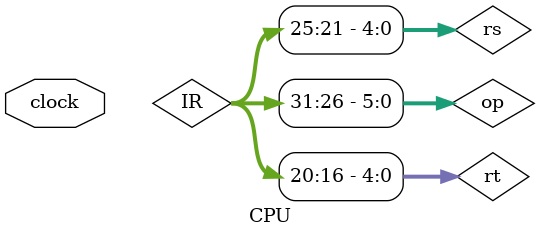
<source format=v>
module CPU (clock);
input clock;
reg[31:0] PC, RegFile[0:31], IMemory[0:1023],DMemory[0:1023], IR,ALUOut;
wire [4:0] rs, rt;
wire [31:0] Ain, Bin;
wire [5:0] op;
assign rs = IR[25:21];
assign rt = IR[20:16];			
assign op = IR[31:26];


assign Ain=RegFile[rs];		
assign Bin=RegFile[rt];


initial begin
PC = 0;
//add s3,s1,s2
IMemory[0]=32'b00000010001100101001100000100000;
//sub s3,s1,s2
IMemory[1]=32'b00000010001100101001100000100010;
//and s3,s1,s2
IMemory[2]=32'b00000010001100101001100000100100;
//or s3,s1,s2
IMemory[3]=32'b00000010001100101001100000100101;

RegFile[17]=20; 	
RegFile[18]=10; 

end
always @ (posedge clock)
begin

IR <= IMemory[PC>>2];
PC <= PC + 4;
if (op == 6'b000000)
case (IR[5:0])
32 : ALUOut <= Ain + Bin;
36 : ALUOut <= Ain & Bin;
37 : ALUOut <= Ain | Bin;
34 : ALUOut <= Ain - Bin;

endcase
end
endmodule






</source>
